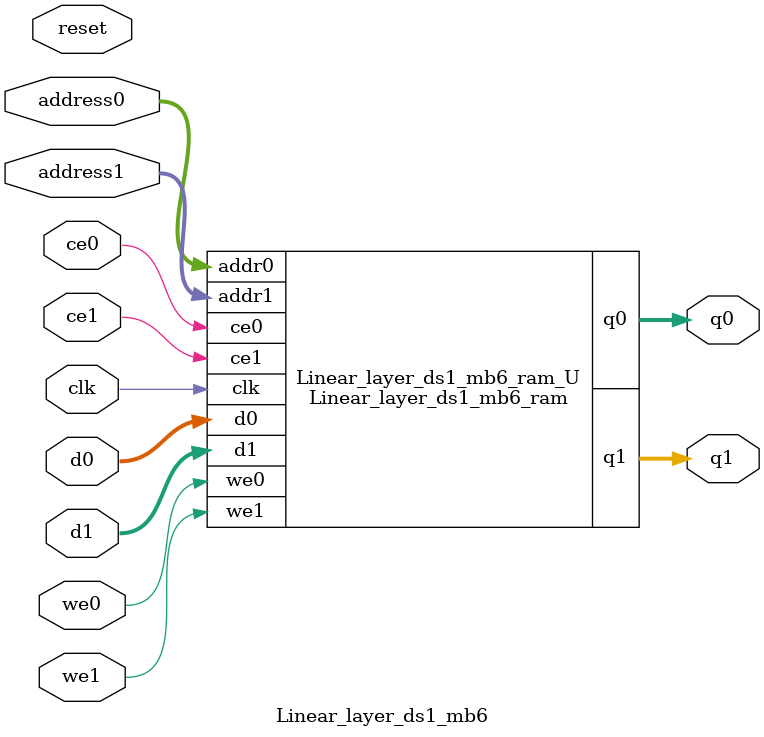
<source format=v>
`timescale 1 ns / 1 ps
module Linear_layer_ds1_mb6_ram (addr0, ce0, d0, we0, q0, addr1, ce1, d1, we1, q1,  clk);

parameter DWIDTH = 32;
parameter AWIDTH = 12;
parameter MEM_SIZE = 3072;

input[AWIDTH-1:0] addr0;
input ce0;
input[DWIDTH-1:0] d0;
input we0;
output reg[DWIDTH-1:0] q0;
input[AWIDTH-1:0] addr1;
input ce1;
input[DWIDTH-1:0] d1;
input we1;
output reg[DWIDTH-1:0] q1;
input clk;

(* ram_style = "block" *)reg [DWIDTH-1:0] ram[0:MEM_SIZE-1];




always @(posedge clk)  
begin 
    if (ce0) begin
        if (we0) 
            ram[addr0] <= d0; 
        q0 <= ram[addr0];
    end
end


always @(posedge clk)  
begin 
    if (ce1) begin
        if (we1) 
            ram[addr1] <= d1; 
        q1 <= ram[addr1];
    end
end


endmodule

`timescale 1 ns / 1 ps
module Linear_layer_ds1_mb6(
    reset,
    clk,
    address0,
    ce0,
    we0,
    d0,
    q0,
    address1,
    ce1,
    we1,
    d1,
    q1);

parameter DataWidth = 32'd32;
parameter AddressRange = 32'd3072;
parameter AddressWidth = 32'd12;
input reset;
input clk;
input[AddressWidth - 1:0] address0;
input ce0;
input we0;
input[DataWidth - 1:0] d0;
output[DataWidth - 1:0] q0;
input[AddressWidth - 1:0] address1;
input ce1;
input we1;
input[DataWidth - 1:0] d1;
output[DataWidth - 1:0] q1;



Linear_layer_ds1_mb6_ram Linear_layer_ds1_mb6_ram_U(
    .clk( clk ),
    .addr0( address0 ),
    .ce0( ce0 ),
    .we0( we0 ),
    .d0( d0 ),
    .q0( q0 ),
    .addr1( address1 ),
    .ce1( ce1 ),
    .we1( we1 ),
    .d1( d1 ),
    .q1( q1 ));

endmodule


</source>
